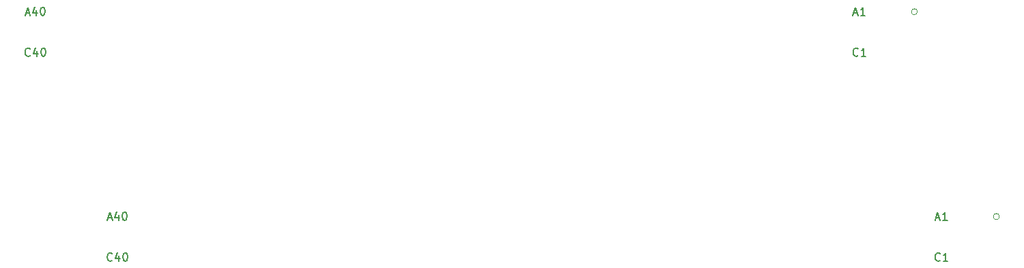
<source format=gbr>
%TF.GenerationSoftware,KiCad,Pcbnew,5.1.9+dfsg1-1~bpo10+1*%
%TF.CreationDate,2024-01-08T18:09:37+01:00*%
%TF.ProjectId,IIsiPDSAdapter,49497369-5044-4534-9164-61707465722e,rev?*%
%TF.SameCoordinates,Original*%
%TF.FileFunction,Legend,Bot*%
%TF.FilePolarity,Positive*%
%FSLAX46Y46*%
G04 Gerber Fmt 4.6, Leading zero omitted, Abs format (unit mm)*
G04 Created by KiCad (PCBNEW 5.1.9+dfsg1-1~bpo10+1) date 2024-01-08 18:09:37*
%MOMM*%
%LPD*%
G01*
G04 APERTURE LIST*
%ADD10C,0.120000*%
%ADD11C,0.150000*%
G04 APERTURE END LIST*
D10*
%TO.C,J4*%
X222883000Y-125800000D02*
G75*
G03*
X222883000Y-125800000I-381000J0D01*
G01*
%TO.C,J3*%
X212713000Y-100300000D02*
G75*
G03*
X212713000Y-100300000I-381000J0D01*
G01*
%TO.C,J4*%
D11*
X112842342Y-131237142D02*
X112794723Y-131284761D01*
X112651866Y-131332380D01*
X112556628Y-131332380D01*
X112413771Y-131284761D01*
X112318533Y-131189523D01*
X112270914Y-131094285D01*
X112223295Y-130903809D01*
X112223295Y-130760952D01*
X112270914Y-130570476D01*
X112318533Y-130475238D01*
X112413771Y-130380000D01*
X112556628Y-130332380D01*
X112651866Y-130332380D01*
X112794723Y-130380000D01*
X112842342Y-130427619D01*
X113699485Y-130665714D02*
X113699485Y-131332380D01*
X113461390Y-130284761D02*
X113223295Y-130999047D01*
X113842342Y-130999047D01*
X114413771Y-130332380D02*
X114509009Y-130332380D01*
X114604247Y-130380000D01*
X114651866Y-130427619D01*
X114699485Y-130522857D01*
X114747104Y-130713333D01*
X114747104Y-130951428D01*
X114699485Y-131141904D01*
X114651866Y-131237142D01*
X114604247Y-131284761D01*
X114509009Y-131332380D01*
X114413771Y-131332380D01*
X114318533Y-131284761D01*
X114270914Y-131237142D01*
X114223295Y-131141904D01*
X114175676Y-130951428D01*
X114175676Y-130713333D01*
X114223295Y-130522857D01*
X114270914Y-130427619D01*
X114318533Y-130380000D01*
X114413771Y-130332380D01*
X112294723Y-125966666D02*
X112770914Y-125966666D01*
X112199485Y-126252380D02*
X112532819Y-125252380D01*
X112866152Y-126252380D01*
X113628057Y-125585714D02*
X113628057Y-126252380D01*
X113389961Y-125204761D02*
X113151866Y-125919047D01*
X113770914Y-125919047D01*
X114342342Y-125252380D02*
X114437580Y-125252380D01*
X114532819Y-125300000D01*
X114580438Y-125347619D01*
X114628057Y-125442857D01*
X114675676Y-125633333D01*
X114675676Y-125871428D01*
X114628057Y-126061904D01*
X114580438Y-126157142D01*
X114532819Y-126204761D01*
X114437580Y-126252380D01*
X114342342Y-126252380D01*
X114247104Y-126204761D01*
X114199485Y-126157142D01*
X114151866Y-126061904D01*
X114104247Y-125871428D01*
X114104247Y-125633333D01*
X114151866Y-125442857D01*
X114199485Y-125347619D01*
X114247104Y-125300000D01*
X114342342Y-125252380D01*
X215528133Y-131237142D02*
X215480514Y-131284761D01*
X215337657Y-131332380D01*
X215242419Y-131332380D01*
X215099561Y-131284761D01*
X215004323Y-131189523D01*
X214956704Y-131094285D01*
X214909085Y-130903809D01*
X214909085Y-130760952D01*
X214956704Y-130570476D01*
X215004323Y-130475238D01*
X215099561Y-130380000D01*
X215242419Y-130332380D01*
X215337657Y-130332380D01*
X215480514Y-130380000D01*
X215528133Y-130427619D01*
X216480514Y-131332380D02*
X215909085Y-131332380D01*
X216194800Y-131332380D02*
X216194800Y-130332380D01*
X216099561Y-130475238D01*
X216004323Y-130570476D01*
X215909085Y-130618095D01*
X214980514Y-125966666D02*
X215456704Y-125966666D01*
X214885276Y-126252380D02*
X215218609Y-125252380D01*
X215551942Y-126252380D01*
X216409085Y-126252380D02*
X215837657Y-126252380D01*
X216123371Y-126252380D02*
X216123371Y-125252380D01*
X216028133Y-125395238D01*
X215932895Y-125490476D01*
X215837657Y-125538095D01*
%TO.C,J3*%
X102672342Y-105737142D02*
X102624723Y-105784761D01*
X102481866Y-105832380D01*
X102386628Y-105832380D01*
X102243771Y-105784761D01*
X102148533Y-105689523D01*
X102100914Y-105594285D01*
X102053295Y-105403809D01*
X102053295Y-105260952D01*
X102100914Y-105070476D01*
X102148533Y-104975238D01*
X102243771Y-104880000D01*
X102386628Y-104832380D01*
X102481866Y-104832380D01*
X102624723Y-104880000D01*
X102672342Y-104927619D01*
X103529485Y-105165714D02*
X103529485Y-105832380D01*
X103291390Y-104784761D02*
X103053295Y-105499047D01*
X103672342Y-105499047D01*
X104243771Y-104832380D02*
X104339009Y-104832380D01*
X104434247Y-104880000D01*
X104481866Y-104927619D01*
X104529485Y-105022857D01*
X104577104Y-105213333D01*
X104577104Y-105451428D01*
X104529485Y-105641904D01*
X104481866Y-105737142D01*
X104434247Y-105784761D01*
X104339009Y-105832380D01*
X104243771Y-105832380D01*
X104148533Y-105784761D01*
X104100914Y-105737142D01*
X104053295Y-105641904D01*
X104005676Y-105451428D01*
X104005676Y-105213333D01*
X104053295Y-105022857D01*
X104100914Y-104927619D01*
X104148533Y-104880000D01*
X104243771Y-104832380D01*
X102124723Y-100466666D02*
X102600914Y-100466666D01*
X102029485Y-100752380D02*
X102362819Y-99752380D01*
X102696152Y-100752380D01*
X103458057Y-100085714D02*
X103458057Y-100752380D01*
X103219961Y-99704761D02*
X102981866Y-100419047D01*
X103600914Y-100419047D01*
X104172342Y-99752380D02*
X104267580Y-99752380D01*
X104362819Y-99800000D01*
X104410438Y-99847619D01*
X104458057Y-99942857D01*
X104505676Y-100133333D01*
X104505676Y-100371428D01*
X104458057Y-100561904D01*
X104410438Y-100657142D01*
X104362819Y-100704761D01*
X104267580Y-100752380D01*
X104172342Y-100752380D01*
X104077104Y-100704761D01*
X104029485Y-100657142D01*
X103981866Y-100561904D01*
X103934247Y-100371428D01*
X103934247Y-100133333D01*
X103981866Y-99942857D01*
X104029485Y-99847619D01*
X104077104Y-99800000D01*
X104172342Y-99752380D01*
X205358133Y-105737142D02*
X205310514Y-105784761D01*
X205167657Y-105832380D01*
X205072419Y-105832380D01*
X204929561Y-105784761D01*
X204834323Y-105689523D01*
X204786704Y-105594285D01*
X204739085Y-105403809D01*
X204739085Y-105260952D01*
X204786704Y-105070476D01*
X204834323Y-104975238D01*
X204929561Y-104880000D01*
X205072419Y-104832380D01*
X205167657Y-104832380D01*
X205310514Y-104880000D01*
X205358133Y-104927619D01*
X206310514Y-105832380D02*
X205739085Y-105832380D01*
X206024800Y-105832380D02*
X206024800Y-104832380D01*
X205929561Y-104975238D01*
X205834323Y-105070476D01*
X205739085Y-105118095D01*
X204810514Y-100466666D02*
X205286704Y-100466666D01*
X204715276Y-100752380D02*
X205048609Y-99752380D01*
X205381942Y-100752380D01*
X206239085Y-100752380D02*
X205667657Y-100752380D01*
X205953371Y-100752380D02*
X205953371Y-99752380D01*
X205858133Y-99895238D01*
X205762895Y-99990476D01*
X205667657Y-100038095D01*
%TD*%
M02*

</source>
